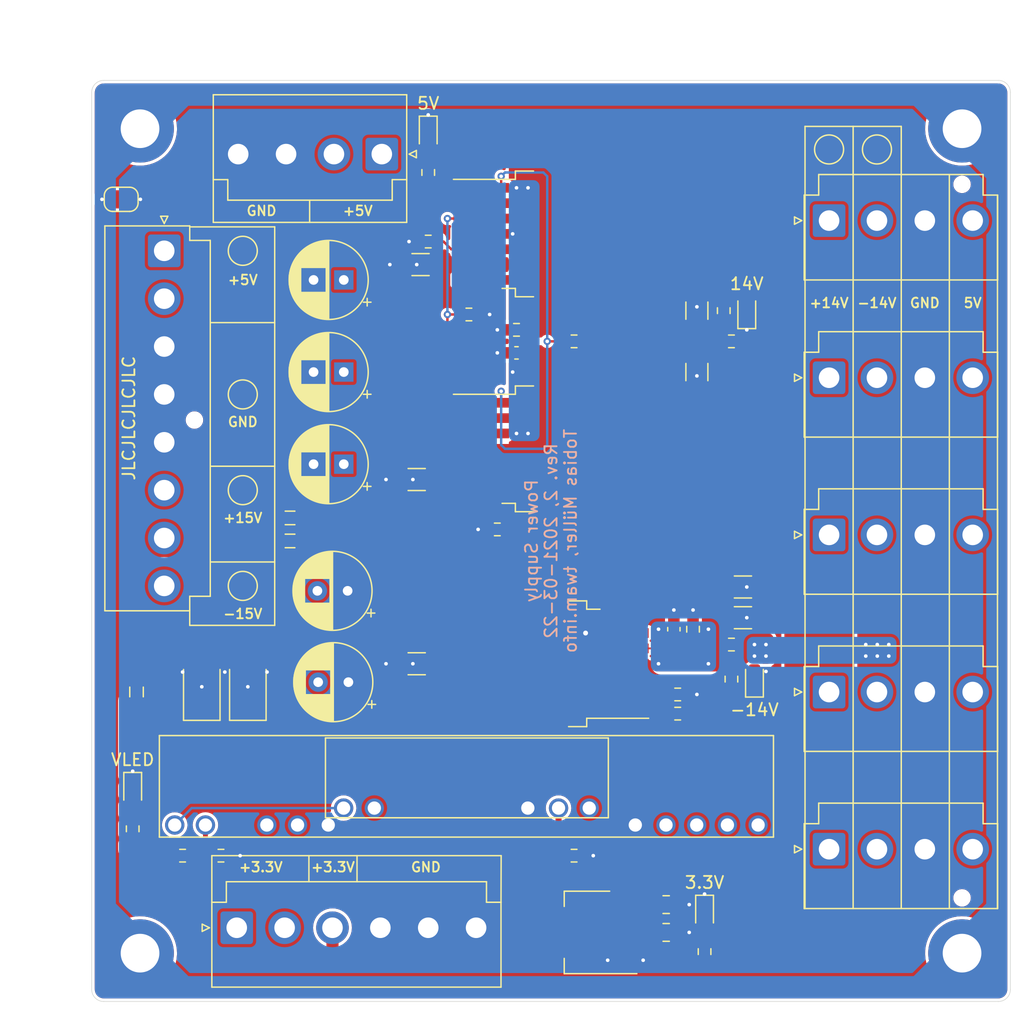
<source format=kicad_pcb>
(kicad_pcb (version 20210424) (generator pcbnew)
  (layers (0 "F.Cu" signal) (31 "B.Cu" signal) (34 "B.Paste" user) (35 "F.Paste" user) (36 "B.SilkS" user "B.Silkscreen") (37 "F.SilkS" user "F.Silkscreen") (38 "B.Mask" user) (39 "F.Mask" user) (44 "Edge.Cuts" user))
  (net 0 "")
  (net 1 "GND")
  (net 2 "Net-(C4-Pad2)")
  (net 3 "Net-(C8-Pad2)")
  (net 4 "/-15V")
  (net 5 "/15V")
  (net 6 "/5V")
  (net 7 "/14V")
  (net 8 "Net-(R2-Pad2)")
  (net 9 "Net-(R3-Pad2)")
  (net 10 "Net-(R5-Pad2)")
  (net 11 "/-14V")
  (net 12 "Net-(R8-Pad2)")
  (net 13 "Net-(R10-Pad1)")
  (net 14 "Net-(U1-Pad7)")
  (net 15 "Net-(U2-Pad7)")
  (net 16 "Earth")
  (net 17 "/14V_OUT")
  (net 18 "/14V_IN")
  (net 19 "/-14V_OUT")
  (net 20 "/-14V_IN")
  (net 21 "/3V3_FRONT")
  (net 22 "/VLED")
  (net 23 "/VLED_5V")
  (net 24 "Net-(R19-Pad2)")
  (net 25 "Net-(R21-Pad1)")
  (net 26 "/VLED_ONOFF")
  (net 27 "Net-(D1-Pad2)")
  (net 28 "Net-(D2-Pad1)")
  (net 29 "Net-(D3-Pad2)")
  (net 30 "Net-(D4-Pad2)")
  (net 31 "Net-(D5-Pad2)")
  (net 32 "Net-(R6-Pad1)")
  (footprint "Capacitor_SMD:C_0603_1608Metric" (layer "F.Cu") (at 147.1425 84.4425)
    (fp_text reference "C4" hide)
    (fp_text value "20pF")
  )
  (footprint "Capacitor_SMD:C_1206_3216Metric" (layer "F.Cu") (at 165.875 106.35)
    (fp_text reference "C6" hide)
    (fp_text value "10u/50V")
  )
  (footprint "Capacitor_SMD:C_0603_1608Metric" (layer "F.Cu") (at 160.16 107.3025 -90)
    (fp_text reference "C8" hide)
    (fp_text value "20pF")
  )
  (footprint "Resistor_SMD:R_0603_1608Metric" (layer "F.Cu") (at 164.9225 83.49 180)
    (fp_text reference "R1" hide)
    (fp_text value "0R")
  )
  (footprint "Resistor_SMD:R_0603_1608Metric" (layer "F.Cu") (at 151.905 83.49 180)
    (fp_text reference "R2" hide)
    (fp_text value "6k8")
  )
  (footprint "Resistor_SMD:R_0603_1608Metric" (layer "F.Cu") (at 145.555 99.0475)
    (fp_text reference "R5" hide)
    (fp_text value "22k")
  )
  (footprint "Resistor_SMD:R_0603_1608Metric" (layer "F.Cu") (at 143.205 81.2675)
    (fp_text reference "R6" hide)
    (fp_text value "3k9")
  )
  (footprint "Resistor_SMD:R_0603_1608Metric" (layer "F.Cu") (at 160.4775 114.2875 180)
    (fp_text reference "R8" hide)
    (fp_text value "39k")
  )
  (footprint "Resistor_SMD:R_0603_1608Metric" (layer "F.Cu") (at 160.4775 112.7)
    (fp_text reference "R10" hide)
    (fp_text value "3k9")
  )
  (footprint "Package_TO_SOT_SMD:TO-263-7_TabPin4" (layer "F.Cu") (at 150 74.6)
    (fp_text reference "U1" hide)
    (fp_text value "LT3081xR")
  )
  (footprint "Package_TO_SOT_SMD:TO-263-7_TabPin4" (layer "F.Cu") (at 150 92.38)
    (fp_text reference "U2" hide)
    (fp_text value "LT3081xR")
  )
  (footprint "Package_TO_SOT_SMD:TO-263-7_TabPin4" (layer "F.Cu") (at 150 110.16 180)
    (fp_text reference "U3" hide)
    (fp_text value "LT3091xR")
  )
  (footprint "MountingHole:MountingHole_3.2mm_M3_DIN965_Pad" (layer "F.Cu") (at 116 65.9)
    (fp_text reference "H1" hide)
    (fp_text value "Hole")
  )
  (footprint "MountingHole:MountingHole_3.2mm_M3_DIN965_Pad" (layer "F.Cu") (at 184 65.9)
    (fp_text reference "H2" hide)
    (fp_text value "Hole")
  )
  (footprint "MountingHole:MountingHole_3.2mm_M3_DIN965_Pad" (layer "F.Cu") (at 184 134.1)
    (fp_text reference "H4" hide)
    (fp_text value "Hole")
  )
  (footprint "Capacitor_SMD:C_1206_3216Metric" (layer "F.Cu") (at 162.065 80.95 90)
    (fp_text reference "C1" hide)
    (fp_text value "10u/50V")
  )
  (footprint "Resistor_SMD:R_0603_1608Metric" (layer "F.Cu") (at 139.84 75.235)
    (fp_text reference "R3" hide)
    (fp_text value "22k")
  )
  (footprint "Resistor_SMD:R_0603_1608Metric" (layer "F.Cu") (at 147.1425 82.5375)
    (fp_text reference "R4" hide)
    (fp_text value "140k")
  )
  (footprint "Connector_JST:JST_VH_B4P-VH_1x04_P3.96mm_Vertical" (layer "F.Cu") (at 173 86.5)
    (fp_text reference "J5" hide)
    (fp_text value "DAC2")
  )
  (footprint "Connector_JST:JST_VH_B4P-VH_1x04_P3.96mm_Vertical" (layer "F.Cu") (at 173 99.5)
    (fp_text reference "J4" hide)
    (fp_text value "DAC1")
  )
  (footprint "Connector_JST:JST_VH_B4P-VH_1x04_P3.96mm_Vertical" (layer "F.Cu") (at 173 112.5)
    (fp_text reference "J3" hide)
    (fp_text value "ADC2")
  )
  (footprint "Resistor_SMD:R_0603_1608Metric" (layer "F.Cu") (at 164.9225 108.5725 180)
    (fp_text reference "R7" hide)
    (fp_text value "0R")
  )
  (footprint "TestPoint:TestPoint_Pad_D2.0mm" (layer "F.Cu") (at 173 67.615)
    (fp_text reference "TP2" hide)
    (fp_text value "14V")
  )
  (footprint "TestPoint:TestPoint_Pad_D2.0mm" (layer "F.Cu") (at 124.5 76)
    (fp_text reference "TP3" hide)
    (fp_text value "5V")
  )
  (footprint "TestPoint:TestPoint_Pad_D2.0mm" (layer "F.Cu") (at 124.5 87.88)
    (fp_text reference "TP4" hide)
    (fp_text value "GND")
  )
  (footprint "TestPoint:TestPoint_Pad_D2.0mm" (layer "F.Cu") (at 176.96 67.615)
    (fp_text reference "TP6" hide)
    (fp_text value "-14V")
  )
  (footprint "Resistor_SMD:R_0603_1608Metric" (layer "F.Cu") (at 161.7475 107.3025 -90)
    (fp_text reference "R17" hide)
    (fp_text value "280k")
  )
  (footprint "MountingHole:MountingHole_3.2mm_M3_DIN965_Pad" (layer "F.Cu") (at 116 134.1)
    (fp_text reference "H3" hide)
    (fp_text value "Hole")
  )
  (footprint "Connector_JST:JST_VH_B4P-VH_1x04_P3.96mm_Vertical" (layer "F.Cu") (at 173 73.5)
    (fp_text reference "J6" hide)
    (fp_text value "DAC3")
  )
  (footprint "twam-Misc:DNT04" (layer "F.Cu") (at 153.16 122.1)
    (fp_text reference "U6" hide)
    (fp_text value "DNT04")
  )
  (footprint "twam-Misc:SIP10-05" (layer "F.Cu") (at 167.13 123.5 180)
    (fp_text reference "U4" hide)
    (fp_text value "SIP10-05")
  )
  (footprint "Resistor_SMD:R_0603_1608Metric" (layer "F.Cu") (at 119.52 126.035)
    (fp_text reference "R19" hide)
    (fp_text value "NC")
  )
  (footprint "Jumper:SolderJumper-2_P1.3mm_Open_RoundedPad1.0x1.5mm" (layer "F.Cu") (at 114.44 71.7425)
    (fp_text reference "JP1" hide)
    (fp_text value "Jumper_2_Open")
  )
  (footprint "Capacitor_SMD:C_1206_3216Metric" (layer "F.Cu") (at 138.8875 110.16)
    (fp_text reference "C7" hide)
    (fp_text value "10u/50V")
  )
  (footprint "TestPoint:TestPoint_Pad_D2.0mm" (layer "F.Cu") (at 124.5 95.8)
    (fp_text reference "TP1" hide)
    (fp_text value "15V")
  )
  (footprint "Capacitor_SMD:C_1206_3216Metric" (layer "F.Cu") (at 139.205 77.14)
    (fp_text reference "C13" hide)
    (fp_text value "10u/50V")
  )
  (footprint "Inductor_SMD:L_0805_2012Metric" (layer "F.Cu") (at 128.41 98.095)
    (fp_text reference "L2" hide)
    (fp_text value "600R/100M")
  )
  (footprint "Inductor_SMD:L_0805_2012Metric" (layer "F.Cu") (at 128.41 100)
    (fp_text reference "L3" hide)
    (fp_text value "600R/100M")
  )
  (footprint "Capacitor_THT:CP_Radial_D6.3mm_P2.50mm" (layer "F.Cu") (at 132.855 78.41 180)
    (fp_text reference "C15" hide)
    (fp_text value "220u")
  )
  (footprint "Capacitor_THT:CP_Radial_D6.3mm_P2.50mm" (layer "F.Cu") (at 133.236 111.684 180)
    (fp_text reference "C17" hide)
    (fp_text value "220u")
  )
  (footprint "Connector_JST:JST_VH_B8P-VH_1x08_P3.96mm_Vertical" (layer "F.Cu") (at 118 76 -90)
    (fp_text reference "J9" hide)
    (fp_text value "RPT-75C")
  )
  (footprint "Capacitor_THT:CP_Radial_D6.3mm_P2.50mm" (layer "F.Cu") (at 132.855 86.03 180)
    (fp_text reference "C18" hide)
    (fp_text value "220u")
  )
  (footprint "Capacitor_THT:CP_Radial_D6.3mm_P2.50mm" (layer "F.Cu") (at 132.855 93.65 180)
    (fp_text reference "C14" hide)
    (fp_text value "220u")
  )
  (footprint "Capacitor_THT:CP_Radial_D6.3mm_P2.50mm" (layer "F.Cu") (at 133.1725 104.1275 180)
    (fp_text reference "C16" hide)
    (fp_text value "220u")
  )
  (footprint "Capacitor_SMD:C_1206_3216Metric" (layer "F.Cu") (at 138.8875 94.92)
    (fp_text reference "C3" hide)
    (fp_text value "10u/50V")
  )
  (footprint "LED_SMD:LED_0603_1608Metric" (layer "F.Cu") (at 166.8275 111.43 90)
    (fp_text reference "D2" hide)
    (fp_text value "green")
  )
  (footprint "LED_SMD:LED_0603_1608Metric" (layer "F.Cu") (at 115.3925 120.6375 -90)
    (fp_text reference "D3" hide)
    (fp_text value "green")
  )
  (footprint "LED_SMD:LED_0603_1608Metric" (layer "F.Cu") (at 162.7 130.7975 -90)
    (fp_text reference "D4" hide)
    (fp_text value "green")
  )
  (footprint "LED_SMD:LED_0603_1608Metric" (layer "F.Cu") (at 139.84 66.345 -90)
    (fp_text reference "D5" hide)
    (fp_text value "green")
  )
  (footprint "Resistor_SMD:R_0603_1608Metric" (layer "F.Cu") (at 164.2875 80.95 90)
    (fp_text reference "R11" hide)
    (fp_text value "68k")
  )
  (footprint "Resistor_SMD:R_0603_1608Metric" (layer "F.Cu") (at 164.9225 111.43 -90)
    (fp_text reference "R12" hide)
    (fp_text value "68k")
  )
  (footprint "Resistor_SMD:R_0603_1608Metric" (layer "F.Cu") (at 115.3925 123.8125 90)
    (fp_text reference "R13" hide)
    (fp_text value "4k7")
  )
  (footprint "Resistor_SMD:R_0603_1608Metric" (layer "F.Cu") (at 162.7 133.9725 90)
    (fp_text reference "R14" hide)
    (fp_text value "4k7")
  )
  (footprint "Resistor_SMD:R_0603_1608Metric" (layer "F.Cu") (at 139.84 69.52 90)
    (fp_text reference "R24" hide)
    (fp_text value "15k")
  )
  (footprint "Capacitor_Tantalum_SMD:CP_EIA-3528-21_Kemet-B" (layer "F.Cu") (at 124.9175 112.3825 90)
    (fp_text reference "C11" hide)
    (fp_text value "100u")
  )
  (footprint "Capacitor_SMD:C_1206_3216Metric" (layer "F.Cu") (at 162.065 86.03 -90)
    (fp_text reference "C2" hide)
    (fp_text value "10u/50V")
  )
  (footprint "LED_SMD:LED_0603_1608Metric" (layer "F.Cu") (at 166.1925 80.95 90)
    (fp_text reference "D1" hide)
    (fp_text value "green")
  )
  (footprint "Capacitor_SMD:C_1206_3216Metric" (layer "F.Cu") (at 165.875 103.81)
    (fp_text reference "C5" hide)
    (fp_text value "10u/50V")
  )
  (footprint "MountingHole:MountingHole_JLCPCB" (layer "F.Cu") (at 120.5 90)
    (fp_text reference "H5" hide)
    (fp_text value "MountingHole")
  )
  (footprint "MountingHole:MountingHole_JLCPCB" (layer "F.Cu") (at 184 70.5)
    (fp_text reference "H6" hide)
    (fp_text value "MountingHole")
  )
  (footprint "MountingHole:MountingHole_JLCPCB" (layer "F.Cu") (at 184 129.5275)
    (fp_text reference "H7" hide)
    (fp_text value "MountingHole")
  )
  (footprint "Capacitor_SMD:C_0805_2012Metric" (layer "F.Cu") (at 159.525 130.085)
    (fp_text reference "C9" hide)
    (fp_text value "10u")
  )
  (footprint "Capacitor_SMD:C_0805_2012Metric" (layer "F.Cu") (at 159.525 132.385)
    (fp_text reference "C10" hide)
    (fp_text value "10u")
  )
  (footprint "Connector_JST:JST_VH_B6P-VH_1x06_P3.96mm_Vertical" (layer "F.Cu") (at 124 132)
    (fp_text reference "J8" hide)
    (fp_text value "Frontpanel")
  )
  (footprint "Package_TO_SOT_SMD:SOT-223-3_TabPin2" (layer "F.Cu") (at 153 132.385 180)
    (fp_text reference "U5" hide)
    (fp_text value "AMS1117-3.3")
  )
  (footprint "Resistor_SMD:R_0603_1608Metric" (layer "F.Cu") (at 122.695 126.035)
    (fp_text reference "R20" hide)
    (fp_text value "NC")
  )
  (footprint "Resistor_SMD:R_0603_1608Metric" (layer "F.Cu") (at 151.905 126.035)
    (fp_text reference "R21" hide)
    (fp_text value "3k")
  )
  (footprint "Capacitor_Tantalum_SMD:CP_EIA-3528-21_Kemet-B" (layer "F.Cu") (at 121.1075 112.3825 90)
    (fp_text reference "C12" hide)
    (fp_text value "100u")
  )
  (footprint "TestPoint:TestPoint_Pad_D2.0mm" (layer "F.Cu") (at 124.5 103.72)
    (fp_text reference "TP5" hide)
    (fp_text value "-15V")
  )
  (footprint "Inductor_SMD:L_0805_2012Metric" (layer "F.Cu") (at 115.71 112.4925 -90)
    (fp_text reference "L1" hide)
    (fp_text value "600R/100M")
  )
  (footprint "Connector_JST:JST_VH_B4P-VH_1x04_P3.96mm_Vertical" (layer "F.Cu") (at 136 68 180)
    (fp_text reference "J7" hide)
    (fp_text value "FPGA")
  )
  (footprint "Connector_JST:JST_VH_B4P-VH_1x04_P3.96mm_Vertical" (layer "F.Cu") (at 173 125.5)
    (fp_text reference "J2" hide)
    (fp_text value "ADC1")
  )
  (gr_line (start 127.14 106.985) (end 127.14 74.02) (layer "F.SilkS") (width 0.12))
  (gr_line (start 121.94 126.035) (end 145.8725 126.035) (layer "F.SilkS") (width 0.12))
  (gr_line (start 182.95 69.7) (end 182.95 130.4) (layer "F.SilkS") (width 0.12))
  (gr_line (start 121.94 129.89) (end 121.94 126.035) (layer "F.SilkS") (width 0.12))
  (gr_line (start 178.97 65.71) (end 178.97 130.4) (layer "F.SilkS") (width 0.12))
  (gr_line (start 120.11 106.985) (end 120.11 105.715) (layer "F.SilkS") (width 0.12))
  (gr_line (start 133.95 128.19) (end 133.95 126.035) (layer "F.SilkS") (width 0.12))
  (gr_line (start 145.86 129.89) (end 145.8725 126.035) (layer "F.SilkS") (width 0.12))
  (gr_line (start 120.155 74.02) (end 127.14 74.02) (layer "F.SilkS") (width 0.12))
  (gr_line (start 171.01 65.71) (end 178.97 65.71) (layer "F.SilkS") (width 0.12))
  (gr_line (start 129.97 128.19) (end 129.97 126.035) (layer "F.SilkS") (width 0.12))
  (gr_line (start 174.99 65.71) (end 174.99 130.4) (layer "F.SilkS") (width 0.12))
  (gr_line (start 121.85 81.94) (end 127.14 81.94) (layer "F.SilkS") (width 0.12))
  (gr_line (start 121.85 93.82) (end 127.14 93.82) (layer "F.SilkS") (width 0.12))
  (gr_line (start 120.11 106.985) (end 127.14 106.985) (layer "F.SilkS") (width 0.12))
  (gr_line (start 121.85 101.74) (end 127.14 101.74) (layer "F.SilkS") (width 0.12))
  (gr_line (start 138.06 73.6475) (end 138.06 70.11) (layer "F.SilkS") (width 0.12))
  (gr_line (start 186.93 71.5) (end 186.93 130.4) (layer "F.SilkS") (width 0.12))
  (gr_line (start 130.03 71.81) (end 130.03 73.6475) (layer "F.SilkS") (width 0.12))
  (gr_line (start 122.06 70.11) (end 122.06 73.6475) (layer "F.SilkS") (width 0.12))
  (gr_line (start 122.06 73.6475) (end 138.06 73.6475) (layer "F.SilkS") (width 0.12))
  (gr_line (start 171.01 65.71) (end 171.01 130.4) (layer "F.SilkS") (width 0.12))
  (gr_line (start 113 61.9) (end 187 61.9) (layer "Edge.Cuts") (width 0.05))
  (gr_arc (start 187 62.9) (end 188 62.9) (angle -90) (layer "Edge.Cuts") (width 0.05))
  (gr_line (start 112 137.1) (end 112 62.9) (layer "Edge.Cuts") (width 0.05))
  (gr_arc (start 187 137.1) (end 187 138.1) (angle -90) (layer "Edge.Cuts") (width 0.05))
  (gr_line (start 187 138.1) (end 113 138.1) (layer "Edge.Cuts") (width 0.05))
  (gr_arc (start 113 62.9) (end 113 61.9) (angle -90) (layer "Edge.Cuts") (width 0.05))
  (gr_line (start 188 62.9) (end 188 137.1) (layer "Edge.Cuts") (width 0.05))
  (gr_arc (start 113 137.1) (end 112 137.1) (angle -90) (layer "Edge.Cuts") (width 0.05))
  (gr_text "Power Supply\nRev. 2, 2021-03-22\nTobias Müller, twam.info" (at 150 100 90) (layer "B.SilkS") (effects (font (size 1 1)) (justify mirror)))
  (gr_text "5V" (at 184.88 80.315) (layer "F.SilkS") (effects (font (size 0.8 0.8))))
  (gr_text "-14V" (at 176.96 80.315) (layer "F.SilkS") (effects (font (size 0.8 0.8))))
  (gr_text "GND" (at 180.92 80.315) (layer "F.SilkS") (effects (font (size 0.8 0.8))))
  (gr_text "GND" (at 126.05 72.695) (layer "F.SilkS") (effects (font (size 0.8 0.8))))
  (gr_text "+5V" (at 134.01 72.695) (layer "F.SilkS") (effects (font (size 0.8 0.8))))
  (gr_text "+3.3V" (at 125.99 126.9875) (layer "F.SilkS") (effects (font (size 0.8 0.8))))
  (gr_text "GND" (at 139.65 126.9875) (layer "F.SilkS") (effects (font (size 0.8 0.8))))
  (gr_text "+3.3V" (at 131.96 126.9875) (layer "F.SilkS") (effects (font (size 0.8 0.8))))
  (gr_text "+14V" (at 173 80.315) (layer "F.SilkS") (effects (font (size 0.8 0.8))))
  (gr_text "-15V" (at 124.5 106.0325) (layer "F.SilkS") (effects (font (size 0.8 0.8))))
  (gr_text "JLCJLCJLCJLC" (at 115.075 89.84 90) (layer "F.SilkS") (effects (font (size 1 1))))
  (gr_text "+15V" (at 124.5 98.095) (layer "F.SilkS") (effects (font (size 0.8 0.8))))
  (gr_text "14V" (at 166.1925 78.7275) (layer "F.SilkS") (effects (font (size 1 1))))
  (gr_text "5V" (at 139.84 63.805) (layer "F.SilkS") (effects (font (size 1 1))))
  (gr_text "-14V" (at 166.8275 113.97) (layer "F.SilkS") (effects (font (size 1 1))))
  (gr_text "VLED" (at 115.3925 118.0975) (layer "F.SilkS") (effects (font (size 1 1))))
  (gr_text "GND" (at 124.5 90.1575) (layer "F.SilkS") (effects (font (size 0.8 0.8))))
  (gr_text "3.3V" (at 162.7 128.2575) (layer "F.SilkS") (effects (font (size 1 1))))
  (gr_text "+5V" (at 124.5 78.41) (layer "F.SilkS") (effects (font (size 0.8 0.8))))
  (segment (start 161.19 130.085) (end 161.19 130.085) (width 0.6) (layer "F.Cu") (net 1))
  (segment (start 115.09 71.7425) (end 116.0275 71.7425) (width 0.5) (layer "F.Cu") (net 1))
  (segment (start 160.475 132.385) (end 161.43 132.385) (width 0.6) (layer "F.Cu") (net 1))
  (segment (start 121.1075 110.845) (end 123.0625 110.845) (width 0.6) (layer "F.Cu") (net 1))
  (segment (start 137.4125 94.92) (end 138.2525 94.92) (width 0.6) (layer "F.Cu") (net 1))
  (segment (start 161.7475 106.4775) (end 161.7475 105.715) (width 0.2) (layer "F.Cu") (net 1))
  (segment (start 162.7 130.01) (end 162.7 129.21) (width 0.4) (layer "F.Cu") (net 1))
  (segment (start 139.84 65.5575) (end 139.84 64.7575) (width 0.4) (layer "F.Cu") (net 1))
  (segment (start 162.065 79.475) (end 162.065 80.6325) (width 0.6) (layer "F.Cu") (net 1))
  (segment (start 137.4125 94.92) (end 136.3475 94.92) (width 0.6) (layer "F.Cu") (net 1))
  (segment (start 146.3675 84.4425) (end 145.555 84.4425) (width 0.2) (layer "F.Cu") (net 1))
  (segment (start 156.15 134.685) (end 157.62 134.685) (width 0.6) (layer "F.Cu") (net 1))
  (segment (start 121.1075 110.845) (end 119.57 110.845) (width 0.6) (layer "F.Cu") (net 1))
  (segment (start 137.4125 110.16) (end 138.57 110.16) (width 0.6) (layer "F.Cu") (net 1))
  (segment (start 144.03 81.2675) (end 144.92 81.2675) (width 0.2) (layer "F.Cu") (net 1))
  (segment (start 121.095 110.8575) (end 121.1075 110.845) (width 0.6) (layer "F.Cu") (net 1))
  (segment (start 137.73 77.14) (end 138.8875 77.14) (width 0.6) (layer "F.Cu") (net 1))
  (segment (start 146.3175 82.5375) (end 145.555 82.5375) (width 0.2) (layer "F.Cu") (net 1))
  (segment (start 161.3025 112.7) (end 162.065 112.7) (width 0.2) (layer "F.Cu") (net 1))
  (segment (start 136.3475 110.16) (end 137.4125 110.16) (width 0.6) (layer "F.Cu") (net 1))
  (segment (start 123.52 126.035) (end 124.2825 126.035) (width 0.5) (layer "F.Cu") (net 1))
  (segment (start 166.8275 110.6425) (end 167.6275 110.6425) (width 0.4) (layer "F.Cu") (net 1))
  (segment (start 166.1925 81.7375) (end 166.1925 82.5375) (width 0.4) (layer "F.Cu") (net 1))
  (segment (start 156.15 134.685) (end 154.685 134.685) (width 0.6) (layer "F.Cu") (net 1))
  (segment (start 115.3925 119.85) (end 115.3925 119.05) (width 0.4) (layer "F.Cu") (net 1))
  (segment (start 139.015 75.235) (end 138.2525 75.235) (width 0.2) (layer "F.Cu") (net 1))
  (segment (start 155.775 107.62) (end 152.8575 107.62) (width 0.6) (layer "F.Cu") (net 1))
  (segment (start 123.0625 110.845) (end 124.9175 110.845) (width 0.6) (layer "F.Cu") (net 1))
  (segment (start 137.73 77.14) (end 136.665 77.14) (width 0.6) (layer "F.Cu") (net 1))
  (segment (start 121.1075 110.8575) (end 121.1075 112.065) (width 0.6) (layer "F.Cu") (net 1))
  (segment (start 118 87.88) (end 124.5 87.88) (width 0.6) (layer "F.Cu") (net 1))
  (segment (start 156.15 134.685) (end 157.38 134.685) (width 0.6) (layer "F.Cu") (net 1))
  (segment (start 124.9175 110.845) (end 126.455 110.845) (width 0.6) (layer "F.Cu") (net 1))
  (segment (start 124.9175 112.065) (end 124.9175 110.845) (width 0.6) (layer "F.Cu") (net 1))
  (segment (start 167.35 106.35) (end 166.1925 106.35) (width 0.6) (layer "F.Cu") (net 1))
  (segment (start 160.16 106.5275) (end 160.16 105.715) (width 0.2) (layer "F.Cu") (net 1))
  (segment (start 162.065 87.505) (end 162.065 86.3475) (width 0.6) (layer "F.Cu") (net 1))
  (segment (start 167.6275 110.6425) (end 167.78 110.795) (width 0.4) (layer "F.Cu") (net 1))
  (segment (start 167.35 103.81) (end 166.1925 103.81) (width 0.6) (layer "F.Cu") (net 1))
  (segment (start 152.73 126.035) (end 153.4925 126.035) (width 0.5) (layer "F.Cu") (net 1))
  (segment (start 144.73 99.0475) (end 143.9675 99.0475) (width 0.2) (layer "F.Cu") (net 1))
  (segment (start 138.2525 94.92) (end 138.57 94.92) (width 0.6) (layer "F.Cu") (net 1))
  (segment (start 160.475 130.085) (end 161.43 130.085) (width 0.6) (layer "F.Cu") (net 1))
  (via (at 116.0275 71.7425) (size 0.6) (drill 0.3) (layers "F.Cu" "B.Cu") (net 1))
  (via (at 115.3925 119.05) (size 0.6) (drill 0.3) (layers "F.Cu" "B.Cu") (net 1))
  (via (at 121.1075 112.065) (size 0.6) (drill 0.3) (layers "F.Cu" "B.Cu") (net 1))
  (via (at 124.9175 112.065) (size 0.6) (drill 0.3) (layers "F.Cu" "B.Cu") (net 1))
  (via (at 119.52 110.845) (size 0.6) (drill 0.3) (layers "F.Cu" "B.Cu") (net 1))
  (via (at 124.2825 126.035) (size 0.6) (drill 0.3) (layers "F.Cu" "B.Cu") (net 1))
  (via (at 139.84 64.7575) (size 0.6) (drill 0.3) (layers "F.Cu" "B.Cu") (net 1))
  (via (at 166.1925 82.5375) (size 0.6) (drill 0.3) (layers "F.Cu" "B.Cu") (net 1))
  (via (at 154.685 134.685) (size 0.6) (drill 0.3) (layers "F.Cu" "B.Cu") (net 1))
  (via (at 136.665 77.14) (size 0.6) (drill 0.3) (layers "F.Cu" "B.Cu") (net 1))
  (via (at 136.3475 110.16) (size 0.6) (drill 0.3) (layers "F.Cu" "B.Cu") (net 1))
  (via (at 143.9675 99.0475) (size 0.6) (drill 0.3) (layers "F.Cu" "B.Cu") (net 1))
  (via (at 126.505 110.845) (size 0.6) (drill 0.3) (layers "F.Cu" "B.Cu") (net 1))
  (via (at 138.57 94.92) (size 0.6) (drill 0.3) (layers "F.Cu" "B.Cu") (net 1))
  (via (at 162.7 129.21) (size 0.6) (drill 0.3) (layers "F.Cu" "B.Cu") (net 1))
  (via (at 138.8875 77.14) (size 0.6) (drill 0.3) (layers "F.Cu" "B.Cu") (net 1))
  (via (at 157.62 134.685) (size 0.6) (drill 0.3) (layers "F.Cu" "B.Cu") (net 1))
  (via (at 123.0125 110.845) (size 0.6) (drill 0.3) (layers "F.Cu" "B.Cu") (net 1))
  (via (at 145.555 84.4425) (size 0.6) (drill 0.3) (layers "F.Cu" "B.Cu") (net 1))
  (via (at 136.3475 94.92) (size 0.6) (drill 0.3) (layers "F.Cu" "B.Cu") (net 1))
  (via (at 160.16 105.715) (size 0.6) (drill 0.3) (layers "F.Cu" "B.Cu") (net 1))
  (via (at 162.065 80.6325) (size 0.6) (drill 0.3) (layers "F.Cu" "B.Cu") (net 1))
  (via (at 138.2525 75.235) (size 0.6) (drill 0.3) (layers "F.Cu" "B.Cu") (net 1))
  (via (at 145.555 82.5375) (size 0.6) (drill 0.3) (layers "F.Cu" "B.Cu") (net 1))
  (via (at 138.57 110.16) (size 0.6) (drill 0.3) (layers "F.Cu" "B.Cu") (net 1))
  (via (at 152.8575 107.62) (size 0.9) (drill 0.4) (layers "F.Cu" "B.Cu") (net 1))
  (via (at 161.43 130.085) (size 0.6) (drill 0.3) (layers "F.Cu" "B.Cu") (net 1))
  (via (at 162.065 86.3475) (size 0.6) (drill 0.3) (layers "F.Cu" "B.Cu") (net 1))
  (via (at 161.43 132.385) (size 0.6) (drill 0.3) (layers "F.Cu" "B.Cu") (net 1))
  (via (at 144.92 81.2675) (size 0.6) (drill 0.3) (layers "F.Cu" "B.Cu") (net 1))
  (via (at 166.1925 106.35) (size 0.6) (drill 0.3) (layers "F.Cu" "B.Cu") (net 1))
  (via (at 161.7475 105.715) (size 0.6) (drill 0.3) (layers "F.Cu" "B.Cu") (net 1))
  (via (at 167.78 110.795) (size 0.6) (drill 0.3) (layers "F.Cu" "B.Cu") (net 1))
  (via (at 153.4925 126.035) (size 0.6) (drill 0.3) (layers "F.Cu" "B.Cu") (net 1))
  (via (at 166.1925 103.81) (size 0.6) (drill 0.3) (layers "F.Cu" "B.Cu") (net 1))
  (via (at 162.065 112.7) (size 0.6) (drill 0.3) (layers "F.Cu" "B.Cu") (net 1))
  (segment (start 147.9675 72.5675) (end 147.46 72.06) (width 0.2) (layer "F.Cu") (net 2))
  (segment (start 147.46 72.06) (end 144.225 72.06) (width 0.2) (layer "F.Cu") (net 2))
  (segment (start 144.285 89.84) (end 144.225 89.84) (width 0.2) (layer "F.Cu") (net 2))
  (segment (start 147.75875 89.50375) (end 147.9175 89.345) (width 0.2) (layer "F.Cu") (net 2))
  (segment (start 147.9675 81.7125) (end 147.9675 85.485) (width 0.2) (layer "F.Cu") (net 2))
  (segment (start 147.9675 81.7125) (end 147.9675 72.5675) (width 0.2) (layer "F.Cu") (net 2))
  (segment (start 144.225 89.84) (end 147.4225 89.84) (width 0.2) (layer "F.Cu") (net 2))
  (segment (start 147.4225 89.84) (end 147.75875 89.50375) (width 0.2) (layer "F.Cu") (net 2))
  (segment (start 147.9675 89.295) (end 147.75875 89.50375) (width 0.2) (layer "F.Cu") (net 2))
  (segment (start 147.9675 82.5375) (end 147.9675 89.295) (width 0.2) (layer "F.Cu") (net 2))
  (segment (start 147.9675 82.5375) (end 147.9675 81.7125) (width 0.2) (layer "F.Cu") (net 2))
  (segment (start 160.16 108.0775) (end 161.6975 108.0775) (width 0.15) (layer "F.Cu") (net 3))
  (segment (start 155.775 108.89) (end 159.3475 108.89) (width 0.15) (layer "F.Cu") (net 3))
  (segment (start 161.6975 108.0775) (end 161.7475 108.1275) (width 0.15) (layer "F.Cu") (net 3))
  (segment (start 159.3475 108.89) (end 160.16 108.0775) (width 0.15) (layer "F.Cu") (net 3))
  (segment (start 139.84 70.345) (end 138.345 70.345) (width 0.4) (layer "F.Cu") (net 6))
  (segment (start 136.1225 68.1225) (end 136 68) (width 0.4) (layer "F.Cu") (net 6))
  (segment (start 156.15 130.085) (end 155.955 130.085) (width 0.6) (layer "F.Cu") (net 6))
  (segment (start 184.88 73.5) (end 184.88 125.5) (width 0.2) (layer "F.Cu") (net 6))
  (segment (start 138.345 70.345) (end 136 68) (width 0.4) (layer "F.Cu") (net 6))
  (segment (start 155.955 130.085) (end 158.575 130.085) (width 0.6) (layer "F.Cu") (net 6))
  (segment (start 173 125.5) (end 173 73.5) (width 0.2) (layer "F.Cu") (net 7))
  (segment (start 145.555 88.57) (end 145.8725 88.2525) (width 0.2) (layer "F.Cu") (net 8))
  (segment (start 145.8725 88.2525) (end 145.8725 87.6175) (width 0.2) (layer "F.Cu") (net 8))
  (segment (start 151.08 83.49) (end 150.445 83.49) (width 0.2) (layer "F.Cu") (net 8))
  (segment (start 144.225 88.57) (end 145.555 88.57) (width 0.2) (layer "F.Cu") (net 8))
  (segment (start 150.445 83.49) (end 149.6825 83.49) (width 0.2) (layer "F.Cu") (net 8))
  (segment (start 145.8725 70.4725) (end 145.8725 69.8375) (width 0.2) (layer "F.Cu") (net 8))
  (segment (start 145.555 70.79) (end 145.8725 70.4725) (width 0.2) (layer "F.Cu") (net 8))
  (segment (start 144.225 70.79) (end 145.555 70.79) (width 0.2) (layer "F.Cu") (net 8))
  (via (at 149.6825 83.49) (size 0.6) (drill 0.3) (layers "F.Cu" "B.Cu") (net 8))
  (via (at 145.8725 87.6175) (size 0.6) (drill 0.3) (layers "F.Cu" "B.Cu") (net 8))
  (via (at 145.8725 69.8375) (size 0.6) (drill 0.3) (layers "F.Cu" "B.Cu") (net 8))
  (segment (start 149.6825 92.0625) (end 149.365 92.38) (width 0.2) (layer "B.Cu") (net 8))
  (segment (start 145.8725 92.0625) (end 145.8725 87.6175) (width 0.2) (layer "B.Cu") (net 8))
  (segment (start 146.19 92.38) (end 145.8725 92.0625) (width 0.2) (layer "B.Cu") (net 8))
  (segment (start 149.6825 83.49) (end 149.6825 92.0625) (width 0.2) (layer "B.Cu") (net 8))
  (segment (start 149.365 69.52) (end 149.6825 69.8375) (width 0.2) (layer "B.Cu") (net 8))
  (segment (start 149.6825 83.49) (end 149.6825 70.155) (width 0.2) (layer "B.Cu") (net 8))
  (segment (start 146.19 69.52) (end 149.365 69.52) (width 0.2) (layer "B.Cu") (net 8))
  (segment (start 145.8725 69.8375) (end 146.19 69.52) (width 0.2) (layer "B.Cu") (net 8))
  (segment (start 149.365 92.38) (end 146.19 92.38) (width 0.2) (layer "B.Cu") (net 8))
  (segment (start 149.6825 69.8375) (end 149.6825 70.155) (width 0.2) (layer "B.Cu") (net 8))
  (segment (start 141.11 75.235) (end 141.745 75.87) (width 0.2) (layer "F.Cu") (net 9))
  (segment (start 141.745 75.87) (end 144.225 75.87) (width 0.2) (layer "F.Cu") (net 9))
  (segment (start 140.665 75.235) (end 141.11 75.235) (width 0.2) (layer "F.Cu") (net 9))
  (segment (start 146.825 99.0475) (end 146.38 99.0475) (width 0.2) (layer "F.Cu") (net 10))
  (segment (start 147.1425 98.73) (end 146.825 99.0475) (width 0.2) (layer "F.Cu") (net 10))
  (segment (start 144.225 93.65) (end 146.825 93.65) (width 0.2) (layer "F.Cu") (net 10))
  (segment (start 147.1425 93.9675) (end 147.1425 98.73) (width 0.2) (layer "F.Cu") (net 10))
  (segment (start 146.825 93.65) (end 147.1425 93.9675) (width 0.2) (layer "F.Cu") (net 10))
  (segment (start 176.96 107.965) (end 176.96 108.9175) (width 0.2) (layer "F.Cu") (net 11))
  (segment (start 176.96 108.9175) (end 176.96 109.87) (width 0.2) (layer "F.Cu") (net 11))
  (segment (start 176.96 109.87) (end 176.96 125.5) (width 0.2) (layer "F.Cu") (net 11))
  (segment (start 176.96 73.5) (end 176.96 107.965) (width 0.2) (layer "F.Cu") (net 11))
  (via (at 177.94 108.5725) (size 0.6) (drill 0.3) (layers "F.Cu" "B.Cu") (net 11))
  (via (at 176.9875 109.525) (size 0.6) (drill 0.3) (layers "F.Cu" "B.Cu") (net 11))
  (via (at 166.8275 108.5725) (size 0.6) (drill 0.3) (layers "F.Cu" "B.Cu") (net 11))
  (via (at 166.8275 109.525) (size 0.6) (drill 0.3) (layers "F.Cu" "B.Cu") (net 11))
  (via (at 176.035 108.5725) (size 0.6) (drill 0.3) (layers "F.Cu" "B.Cu") (net 11))
  (via (at 176.9875 108.5725) (size 0.6) (drill 0.3) (layers "F.Cu" "B.Cu") (net 11))
  (via (at 167.78 108.5725) (size 0.6) (drill 0.3) (layers "F.Cu" "B.Cu") (net 11))
  (via (at 177.94 109.525) (size 0.6) (drill 0.3) (layers "F.Cu" "B.Cu") (net 11))
  (via (at 176.035 109.525) (size 0.6) (drill 0.3) (layers "F.Cu" "B.Cu") (net 11))
  (via (at 167.78 109.525) (size 0.6) (drill 0.3) (layers "F.Cu" "B.Cu") (net 11))
  (segment (start 155.775 113.97) (end 158.5725 113.97) (width 0.2) (layer "F.Cu") (net 12))
  (segment (start 158.5725 113.97) (end 158.89 114.2875) (width 0.2) (layer "F.Cu") (net 12))
  (segment (start 158.89 114.2875) (end 159.6525 114.2875) (width 0.2) (layer "F.Cu") (net 12))
  (segment (start 155.775 112.7) (end 159.6525 112.7) (width 0.2) (layer "F.Cu") (net 13))
  (segment (start 113.79 71.7425) (end 112.8525 71.7425) (width 0.5) (layer "F.Cu") (net 16))
  (via (at 112.8525 71.7425) (size 0.6) (drill 0.3) (layers "F.Cu" "B.Cu") (net 16))
  (segment (start 146.825 74.6) (end 147.1425 74.6) (width 0.2) (layer "F.Cu") (net 17))
  (segment (start 148.095 71.425) (end 146.825 71.425) (width 0.2) (layer "F.Cu") (net 17))
  (segment (start 147.1425 85.0775) (end 147.1425 83.8075) (width 0.2) (layer "F.Cu") (net 17))
  (segment (start 147.46 86.665) (end 147.46 85.395) (width 0.2) (layer "F.Cu") (net 17))
  (segment (start 148.4125 89.205) (end 148.4125 89.84) (width 0.2) (layer "F.Cu") (net 17))
  (segment (start 163.78 83.49) (end 162.065 83.49) (width 1) (layer "F.Cu") (net 17))
  (segment (start 147.1425 89.205) (end 147.46 88.8875) (width 0.2) (layer "F.Cu") (net 17))
  (segment (start 162.065 84.445) (end 162.065 83.49) (width 1) (layer "F.Cu") (net 17))
  (segment (start 153.375 74.6) (end 148.4125 74.6) (width 0.2) (layer "F.Cu") (net 17))
  (segment (start 147.1425 82.855) (end 147.1425 83.1725) (width 0.2) (layer "F.Cu") (net 17))
  (segment (start 147.7775 90.475) (end 146.825 90.475) (width 0.2) (layer "F.Cu") (net 17))
  (segment (start 147.46 73.0125) (end 147.1425 72.695) (width 0.2) (layer "F.Cu") (net 17))
  (segment (start 147.46 75.235) (end 147.46 74.6) (width 0.2) (layer "F.Cu") (net 17))
  (segment (start 147.46 88.8875) (end 147.46 86.665) (width 0.2) (layer "F.Cu") (net 17))
  (segment (start 160.16 75.235) (end 160.16 82.855) (width 0.2) (layer "F.Cu") (net 17))
  (segment (start 148.4125 71.7425) (end 148.095 71.425) (width 0.2) (layer "F.Cu") (net 17))
  (segment (start 147.1425 74.6) (end 147.46 74.6) (width 0.2) (layer "F.Cu") (net 17))
  (segment (start 162.065 83.49) (end 162.065 82.535) (width 1) (layer "F.Cu") (net 17))
  (segment (start 148.4125 92.38) (end 153.375 92.38) (width 0.6) (layer "F.Cu") (net 17))
  (segment (start 148.73 85.0775) (end 148.73 83.8075) (width 0.2) (layer "F.Cu") (net 17))
  (segment (start 148.4125 89.205) (end 148.4125 85.395) (width 0.2) (layer "F.Cu") (net 17))
  (segment (start 148.4125 81.585) (end 148.73 81.9025) (width 0.2) (layer "F.Cu") (net 17))
  (segment (start 148.73 81.9025) (end 148.73 83.1725) (width 0.2) (layer "F.Cu") (net 17))
  (segment (start 153.375 92.38) (end 159.525 92.38) (width 0.8) (layer "F.Cu") (net 17))
  (segment (start 147.46 85.395) (end 147.1425 85.0775) (width 0.2) (layer "F.Cu") (net 17))
  (segment (start 162.065 84.555) (end 162.065 82.425) (width 0.6) (layer "F.Cu") (net 17))
  (segment (start 147.1425 72.695) (end 146.825 72.695) (width 0.2) (layer "F.Cu") (net 17))
  (segment (start 162.065 84.445) (end 162.065 82.535) (width 1) (layer "F.Cu") (net 17))
  (segment (start 159.08 83.49) (end 160.16 83.49) (width 1) (layer "F.Cu") (net 17))
  (segment (start 148.4125 74.6) (end 148.4125 71.7425) (width 0.2) (layer "F.Cu") (net 17))
  (segment (start 147.46 75.235) (end 147.46 81.585) (width 0.2) (layer "F.Cu") (net 17))
  (segment (start 144.225 74.6) (end 146.825 74.6) (width 0.2) (layer "F.Cu") (net 17))
  (segment (start 160.16 75.235) (end 160.16 91.745) (width 0.8) (layer "F.Cu") (net 17))
  (segment (start 153.375 72.26) (end 153.375 74.6) (width 0.5) (layer "F.Cu") (net 17))
  (segment (start 146.825 89.205) (end 147.1425 89.205) (width 0.2) (layer "F.Cu") (net 17))
  (segment (start 148.4125 85.395) (end 148.73 85.0775) (width 0.2) (layer "F.Cu") (net 17))
  (segment (start 148.4125 89.84) (end 147.7775 90.475) (width 0.2) (layer "F.Cu") (net 17))
  (segment (start 159.525 74.6) (end 160.16 75.235) (width 0.8) (layer "F.Cu") (net 17))
  (segment (start 144.225 92.38) (end 148.4125 92.38) (width 0.6) (layer "F.Cu") (net 17))
  (segment (start 147.1425 81.9025) (end 147.1425 82.855) (width 0.2) (layer "F.Cu") (net 17))
  (segment (start 147.46 74.6) (end 147.46 73.0125) (width 0.2) (layer "F.Cu") (net 17))
  (segment (start 147.46 81.585) (end 147.1425 81.9025) (width 0.2) (layer "F.Cu") (net 17))
  (segment (start 147.46 74.9175) (end 147.46 75.235) (width 0.2) (layer "F.Cu") (net 17))
  (segment (start 153.375 74.6) (end 159.525 74.6) (width 0.8) (layer "F.Cu") (net 17))
  (segment (start 164.2875 81.775) (end 164.2875 83.3) (width 0.4) (layer "F.Cu") (net 17))
  (segment (start 148.4125 92.38) (end 148.4125 89.205) (width 0.2) (layer "F.Cu") (net 17))
  (segment (start 160.16 83.49) (end 162.065 83.49) (width 1) (layer "F.Cu") (net 17))
  (segment (start 159.525 92.38) (end 160.16 91.745) (width 0.8) (layer "F.Cu") (net 17))
  (segment (start 148.4125 81.2675) (end 148.4125 81.585) (width 0.2) (layer "F.Cu") (net 17))
  (segment (start 148.4125 74.6) (end 148.4125 81.2675) (width 0.2) (layer "F.Cu") (net 17))
  (segment (start 164.2875 83.3) (end 164.0975 83.49) (width 0.4) (layer "F.Cu") (net 17))
  (segment (start 153.375 92.38) (end 159.725 92.38) (width 0.2) (layer "F.Cu") (net 17))
  (segment (start 160.16 91.745) (end 160.16 83.49) (width 0.8) (layer "F.Cu") (net 17))
  (via (at 146.825 86.03) (size 0.6) (drill 0.3) (layers "F.Cu" "B.Cu") (net 17))
  (via (at 148.095 70.79) (size 0.6) (drill 0.3) (layers "F.Cu" "B.Cu") (net 17))
  (via (at 147.1425 70.79) (size 0.6) (drill 0.3) (layers "F.Cu" "B.Cu") (net 17))
  (via (at 146.825 74.6) (size 0.6) (drill 0.3) (layers "F.Cu" "B.Cu") (net 17))
  (via (at 148.095 91.11) (size 0.6) (drill 0.3) (layers "F.Cu" "B.Cu") (net 17))
  (via (at 147.1425 91.11) (size 0.6) (drill 0.3) (layers "F.Cu" "B.Cu") (net 17))
  (segment (start 140.3625 94.92) (end 144.225 94.92) (width 0.6) (layer "F.Cu") (net 18))
  (segment (start 140.68 77.14) (end 144.225 77.14) (width 0.6) (layer "F.Cu") (net 18))
  (segment (start 162.3825 108.89) (end 160.16 108.89) (width 0.2) (layer "F.Cu") (net 19))
  (segment (start 164.9225 110.605) (end 164.9225 110.4775) (width 0.4) (layer "F.Cu") (net 19))
  (segment (start 159.525 107.3025) (end 158.5725 108.255) (width 0.2) (layer "F.Cu") (net 19))
  (segment (start 162.7 108.5725) (end 162.3825 108.89) (width 0.2) (layer "F.Cu") (net 19))
  (segment (start 162.3825 107.3025) (end 162.7 107.62) (width 0.2) (layer "F.Cu") (net 19))
  (segment (start 160.16 108.89) (end 159.525 109.525) (width 0.2) (layer "F.Cu") (net 19))
  (segment (start 159.525 107.3025) (end 162.3825 107.3025) (width 0.2) (layer "F.Cu") (net 19))
  (segment (start 162.7 107.62) (end 162.7 108.5725) (width 0.2) (layer "F.Cu") (net 19))
  (segment (start 159.525 109.525) (end 158.255 109.525) (width 0.2) (layer "F.Cu") (net 19))
  (segment (start 164.9225 110.4775) (end 164.0975 109.6525) (width 0.4) (layer "F.Cu") (net 19))
  (segment (start 158.5725 108.255) (end 158.255 108.255) (width 0.2) (layer "F.Cu") (net 19))
  (segment (start 164.0975 109.6525) (end 164.0975 108.5725) (width 0.4) (layer "F.Cu") (net 19))
  (via (at 158.89 107.3025) (size 0.6) (drill 0.3) (layers "F.Cu" "B.Cu") (net 19))
  (via (at 158.89 110.16) (size 0.6) (drill 0.3) (layers "F.Cu" "B.Cu") (net 19))
  (via (at 163.0175 110.16) (size 0.6) (drill 0.3) (layers "F.Cu" "B.Cu") (net 19))
  (via (at 163.0175 107.3025) (size 0.6) (drill 0.3) (layers "F.Cu" "B.Cu") (net 19))
  (segment (start 147.895 111.43) (end 146.625 110.16) (width 0.6) (layer "F.Cu") (net 20))
  (segment (start 155.775 111.43) (end 147.895 111.43) (width 0.6) (layer "F.Cu") (net 20))
  (segment (start 155.775 110.16) (end 146.625 110.16) (width 0.6) (layer "F.Cu") (net 20))
  (segment (start 144.92 134.29) (end 145.555 134.29) (width 1) (layer "F.Cu") (net 21))
  (segment (start 147.46 132.385) (end 149.85 132.385) (width 1) (layer "F.Cu") (net 21))
  (segment (start 156.15 132.385) (end 149.85 132.385) (width 1) (layer "F.Cu") (net 21))
  (segment (start 162.7 134.7975) (end 159.3975 134.7975) (width 0.4) (layer "F.Cu") (net 21))
  (segment (start 131.92 132) (end 131.92 133.99) (width 1) (layer "F.Cu") (net 21))
  (segment (start 158.575 132.385) (end 156.15 132.385) (width 0.6) (layer "F.Cu") (net 21))
  (segment (start 145.555 134.29) (end 147.46 132.385) (width 1) (layer "F.Cu") (net 21))
  (segment (start 159.3975 134.7975) (end 158.575 133.975) (width 0.4) (layer "F.Cu") (net 21))
  (segment (start 158.575 133.975) (end 158.575 132.385) (width 0.4) (layer "F.Cu") (net 21))
  (segment (start 132.22 134.29) (end 144.92 134.29) (width 1) (layer "F.Cu") (net 21))
  (segment (start 131.92 133.99) (end 132.22 134.29) (width 1) (layer "F.Cu") (net 21))
  (segment (start 115.3925 125.4) (end 115.3925 124.6375) (width 0.4) (layer "F.Cu") (net 22))
  (segment (start 118.695 127.115) (end 118.885 127.305) (width 0.4) (layer "F.Cu") (net 22))
  (segment (start 115.71 126.035) (end 115.3925 125.7175) (width 0.4) (layer "F.Cu") (net 22))
  (segment (start 115.3925 125.7175) (end 115.3925 125.4) (width 0.4) (layer "F.Cu") (net 22))
  (segment (start 116.98 126.035) (end 116.6625 126.035) (width 0.4) (layer "F.Cu") (net 22))
  (segment (start 116.98 126.035) (end 115.71 126.035) (width 0.4) (layer "F.Cu") (net 22))
  (segment (start 118.695 126.035) (end 116.98 126.035) (width 0.4) (layer "F.Cu") (net 22))
  (segment (start 118.695 126.035) (end 118.695 127.115) (width 0.4) (layer "F.Cu") (net 22))
  (segment (start 118.885 127.305) (end 122.06 127.305) (width 0.4) (layer "F.Cu") (net 22))
  (segment (start 120.345 126.035) (end 121.87 126.035) (width 0.4) (layer "F.Cu") (net 24))
  (segment (start 121.41 123.5) (end 121.41 125.575) (width 0.4) (layer "F.Cu") (net 24))
  (segment (start 121.41 125.575) (end 121.87 126.035) (width 0.4) (layer "F.Cu") (net 24))
  (segment (start 150.62 125.575) (end 151.08 126.035) (width 0.5) (layer "F.Cu") (net 25))
  (segment (start 150.62 122.1) (end 150.62 125.575) (width 0.5) (layer "F.Cu") (net 25))
  (segment (start 120.27 122.1) (end 118.87 123.5) (width 0.2) (layer "B.Cu") (net 26))
  (segment (start 132.84 122.1) (end 120.27 122.1) (width 0.2) (layer "B.Cu") (net 26))
  (segment (start 166.155 80.125) (end 166.1925 80.1625) (width 0.4) (layer "F.Cu") (net 27))
  (segment (start 164.2875 80.125) (end 166.155 80.125) (width 0.4) (layer "F.Cu") (net 27))
  (segment (start 164.9225 112.255) (end 166.79 112.255) (width 0.4) (layer "F.Cu") (net 28))
  (segment (start 166.79 112.255) (end 166.8275 112.2175) (width 0.4) (layer "F.Cu") (net 28))
  (segment (start 115.3925 122.9875) (end 115.3925 121.425) (width 0.4) (layer "F.Cu") (net 29))
  (segment (start 162.7 133.1475) (end 162.7 131.585) (width 0.4) (layer "F.Cu") (net 30))
  (segment (start 139.84 68.695) (end 139.84 67.1325) (width 0.4) (layer "F.Cu") (net 31))
  (segment (start 142.38 81.2675) (end 141.4275 81.2675) (width 0.2) (layer "F.Cu") (net 32))
  (segment (start 141.4275 73.33) (end 144.225 73.33) (width 0.2) (layer "F.Cu") (net 32))
  (segment (start 141.745 91.11) (end 141.4275 90.7925) (width 0.2) (layer "F.Cu") (net 32))
  (segment (start 144.225 91.11) (end 141.745 91.11) (width 0.2) (layer "F.Cu") (net 32))
  (segment (start 141.4275 90.7925) (end 141.4275 81.2675) (width 0.2) (layer "F.Cu") (net 32))
  (via (at 141.4275 73.33) (size 0.6) (drill 0.3) (layers "F.Cu" "B.Cu") (net 32))
  (via (at 141.4275 81.2675) (size 0.6) (drill 0.3) (layers "F.Cu" "B.Cu") (net 32))
  (segment (start 141.4275 81.2675) (end 141.4275 73.33) (width 0.2) (layer "B.Cu") (net 32))
  (zone (net 6) (net_name "/5V") (layer "F.Cu") (connect_pads yes (clearance 0.254)) (min_thickness 0.254) (fill yes (thermal_gap 0.508) (thermal_bridge_width 0.508) (smoothing fillet) (radius 0.508))
    (polygon (pts (xy 189 139) (xy 111 139) (xy 111 61) (xy 189 61)))
  )
  (zone (net 17) (net_name "/14V_OUT") (layer "F.Cu") (priority 6) (connect_pads yes (clearance 0.254)) (min_thickness 0.254) (fill yes (thermal_gap 0.508) (thermal_bridge_width 0.508) (smoothing fillet) (radius 0.508))
    (polygon (pts (xy 151.27 84.76) (xy 159.525 84.76) (xy 159.525 91.4275) (xy 159.2075 91.745) (xy 158.43 91.745) (xy 158.43 93.015) (xy 159.8425 93.015) (xy 160.795 92.0625) (xy 160.795 85.395) (xy 169.05 85.395) (xy 169.05 100) (xy 146.5075 100) (xy 146.5075 83.8075) (xy 151.27 83.8075)))
  )
  (zone (net 11) (net_name "/-14V") (layer "F.Cu") (priority 2) (connect_pads yes (clearance 0.254)) (min_thickness 0.254) (fill yes (thermal_gap 0.508) (thermal_bridge_width 0.508) (smoothing fillet) (radius 0.508))
    (polygon (pts (xy 175.0825 127.94) (xy 175.0825 66.0275) (xy 177.94 66.0275) (xy 179.21 67.2975) (xy 179.21 127.94)))
  )
  (zone (net 17) (net_name "/14V_OUT") (layer "F.Cu") (priority 6) (connect_pads yes (clearance 0.254)) (min_thickness 0.254) (fill yes (thermal_gap 0.508) (thermal_bridge_width 0.508) (smoothing fillet) (radius 0.508))
    (polygon (pts (xy 169.05 81.585) (xy 160.795 81.585) (xy 160.795 74.9175) (xy 159.8425 73.965) (xy 158.255 73.965) (xy 158.255 75.235) (xy 159.2075 75.235) (xy 159.539402 75.5525) (xy 159.525 82.22) (xy 151.27 82.22) (xy 151.27 83.1725) (xy 146.5075 83.1725) (xy 146.5075 65.075) (xy 169.05 65.075)))
  )
  (zone (net 7) (net_name "/14V") (layer "F.Cu") (priority 3) (connect_pads yes (clearance 0.254)) (min_thickness 0.254) (fill yes (thermal_gap 0.508) (thermal_bridge_width 0.508) (smoothing fillet) (radius 0.508))
    (polygon (pts (xy 175.0825 127.94) (xy 169.05 127.94) (xy 169.05 85.395) (xy 164.605 85.395) (xy 164.605 81.585) (xy 169.05 81.585) (xy 169.05 66.0275) (xy 175.0825 66.0275)))
  )
  (zone (net 19) (net_name "/-14V_OUT") (layer "F.Cu") (priority 6) (connect_pads yes (clearance 0.254)) (min_thickness 0.254) (fill yes (thermal_gap 0.508) (thermal_bridge_width 0.508) (smoothing fillet) (radius 0.508))
    (polygon (pts (xy 164.9225 110.795) (xy 158.5725 110.795) (xy 158.5725 109.525) (xy 153.175 109.525) (xy 153.175 103.4925) (xy 164.9225 103.4925)))
  )
  (zone (net 17) (net_name "/14V_OUT") (layer "F.Cu") (priority 6) (connect_pads yes (clearance 0.254)) (min_thickness 0.254) (fill yes (thermal_gap 0.508) (thermal_bridge_width 0.508) (smoothing fillet) (radius 0.508))
    (polygon (pts (xy 164.2875 85.0775) (xy 160.795 85.0775) (xy 160.818232 84.125) (xy 159.8425 84.125) (xy 151.905 84.125) (xy 151.905 82.855) (xy 160.795 82.855) (xy 160.795 81.9025) (xy 164.2875 81.9025)))
  )
  (zone (net 20) (net_name "/-14V_IN") (layer "F.Cu") (priority 4) (connect_pads yes (clearance 0.254)) (min_thickness 0.254) (fill yes (thermal_gap 0.508) (thermal_bridge_width 0.508) (smoothing fillet) (radius 0.508))
    (polygon (pts (xy 169.05 120.32) (xy 127.14 120.32) (xy 127.14 99.0475) (xy 130.95 99.0475) (xy 131.9025 100) (xy 169.05 100)))
  )
  (zone (net 18) (net_name "/14V_IN") (layer "F.Cu") (priority 5) (connect_pads yes (clearance 0.254)) (min_thickness 0.254) (fill yes (thermal_gap 0.508) (thermal_bridge_width 0.508) (smoothing fillet) (radius 0.508))
    (polygon (pts (xy 146.5075 100) (xy 131.9025 100) (xy 130.956428 99.0475) (xy 127.14 99.0475) (xy 127.14 70.79) (xy 138.57 70.79) (xy 138.57 65.075) (xy 146.5075 65.075)))
  )
  (zone (net 5) (net_name "/15V") (layer "F.Cu") (priority 6) (connect_pads yes (clearance 0.254)) (min_thickness 0.254) (fill yes (thermal_gap 0.508) (thermal_bridge_width 0.508) (smoothing fillet) (radius 0.508))
    (polygon (pts (xy 128.0925 99.0475) (xy 125.5525 99.0475) (xy 123.0125 101.5875) (xy 115.71 101.5875) (xy 115.71 93.9675) (xy 128.0925 93.9675)))
  )
  (zone (net 4) (net_name "/-15V") (layer "F.Cu") (priority 7) (connect_pads yes (clearance 0.254)) (min_thickness 0.254) (fill yes (thermal_gap 0.508) (thermal_bridge_width 0.508) (smoothing fillet) (radius 0.508))
    (polygon (pts (xy 123.0125 101.5875) (xy 125.592563 99.0475) (xy 128.0925 99.0475) (xy 128.0925 106.985) (xy 115.71 106.985) (xy 115.71 101.5875)))
  )
  (zone (net 23) (net_name "/VLED_5V") (layer "F.Cu") (priority 5) (connect_pads yes (clearance 0.254)) (min_thickness 0.254) (fill yes (thermal_gap 0.508) (thermal_bridge_width 0.508) (smoothing fillet) (radius 0.508))
    (polygon (pts (xy 138.57 126.035) (xy 114.44 126.035) (xy 114.44 112.7) (xy 127.14 112.7) (xy 127.14 119.685) (xy 138.57 119.685)))
  )
  (zone (net 11) (net_name "/-14V") (layer "F.Cu") (priority 5) (connect_pads yes (clearance 0.254)) (min_thickness 0.254) (fill yes (thermal_gap 0.508) (thermal_bridge_width 0.508) (smoothing fillet) (radius 0.508))
    (polygon (pts (xy 168.415 110.16) (xy 164.9225 110.16) (xy 164.9225 107.62) (xy 168.415 107.62)))
  )
  (zone (net 22) (net_name "/VLED") (layer "F.Cu") (priority 7) (connect_pads yes (clearance 0.254)) (min_thickness 0.254) (fill yes (thermal_gap 0.508) (thermal_bridge_width 0.508) (smoothing fillet) (radius 0.508))
    (polygon (pts (xy 169.05 126.035) (xy 153.175 126.035) (xy 153.175 134.29) (xy 121.425 134.29) (xy 121.425 126.035) (xy 138.57 126.035) (xy 138.57 119.685) (xy 169.05 119.685)))
  )
  (zone (net 1) (net_name "GND") (layer "B.Cu") (connect_pads yes (clearance 0.254)) (min_thickness 0.254) (fill yes (thermal_gap 0.508) (thermal_bridge_width 0.508) (smoothing fillet) (radius 0.508))
    (polygon (pts (xy 189 139) (xy 111 139) (xy 111 61) (xy 189 61)))
  )
  (zone (net 11) (net_name "/-14V") (layer "B.Cu") (priority 5) (connect_pads yes (clearance 0.254)) (min_thickness 0.254) (fill yes (thermal_gap 0.508) (thermal_bridge_width 0.508) (smoothing fillet) (radius 0.508))
    (polygon (pts (xy 178.575 110.16) (xy 166.1925 110.16) (xy 166.1925 107.9375) (xy 178.575 107.9375)))
  )
  (zone (net 16) (net_name "Earth") (layer "B.Cu") (priority 1) (connect_pads yes (clearance 0.254)) (min_thickness 0.254) (fill yes (thermal_gap 0.508) (thermal_bridge_width 0.508) (smoothing fillet) (radius 0.508))
    (polygon (pts (xy 111 139) (xy 111 61) (xy 189 61) (xy 189 139)))
    (polygon (pts (xy 114 70) (xy 114 130) (xy 120 136) (xy 180 136) (xy 186 130) (xy 186 70) (xy 180 64) (xy 120 64)))
  )
  (zone (net 19) (net_name "/-14V_OUT") (layer "B.Cu") (priority 2) (connect_pads (clearance 0.254)) (min_thickness 0.254) (fill yes (thermal_gap 0.508) (thermal_bridge_width 0.508) (smoothing fillet) (radius 0.508))
    (polygon (pts (xy 163.6525 110.795) (xy 158.255 110.795) (xy 158.255 106.6675) (xy 163.6525 106.6675)))
  )
  (zone (net 17) (net_name "/14V_OUT") (layer "B.Cu") (priority 2) (connect_pads (clearance 0.254)) (min_thickness 0.254) (fill yes (thermal_gap 0.508) (thermal_bridge_width 0.508) (smoothing fillet) (radius 0.508))
    (polygon (pts (xy 149.0475 91.745) (xy 146.5075 91.745) (xy 146.5075 70.155) (xy 149.0475 70.155)))
  )
)
</source>
